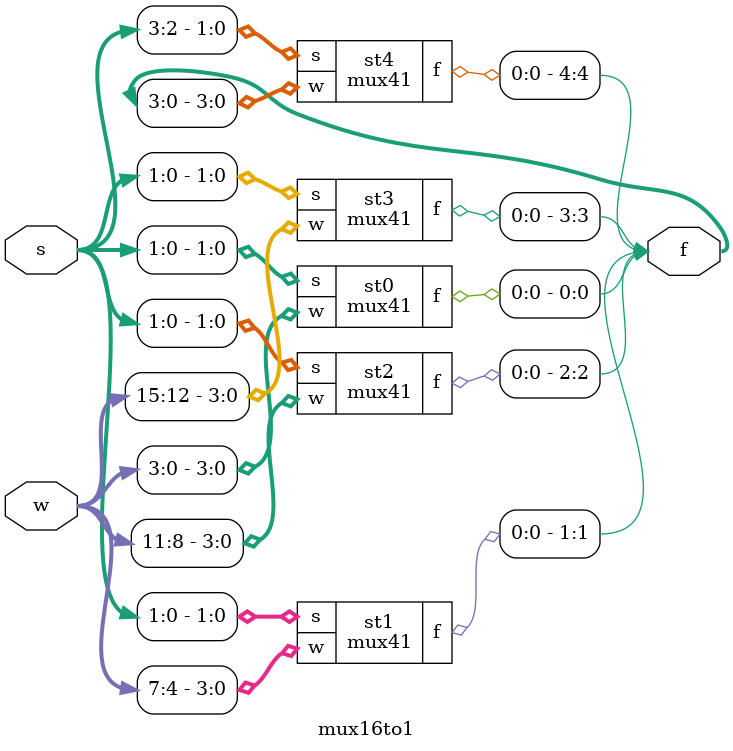
<source format=v>
module mux41(w,s,f);
input [3:0]w;
input [1:0]s;
output f;
assign f = s[0]?(s[1]?w[3]:w[1]):(s[1]?w[2]:w[0]);
endmodule
module mux16to1(w,s,f);
input [15:0]w;
input [3:0]s;
output [4:0]f;
mux41 st0(w[3:0],s[1:0],f[0]);
mux41 st1(w[7:4],s[1:0],f[1]);
mux41 st2(w[11:8],s[1:0],f[2]);
mux41 st3(w[15:12],s[1:0],f[3]);
mux41 st4(f[3:0],s[3:2],f[4]);
endmodule

</source>
